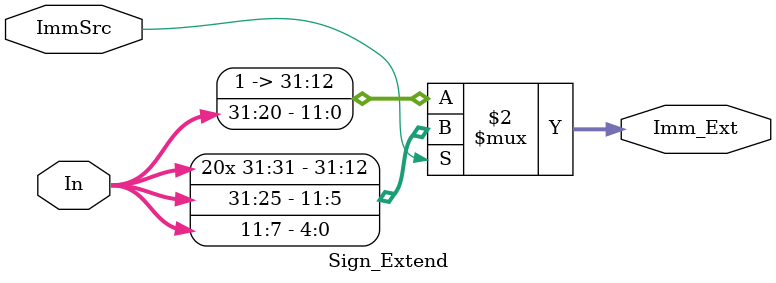
<source format=v>
module Sign_Extend (In,Imm_Ext,ImmSrc);

    input [31:0] In;
    input ImmSrc;
    output [31:0] Imm_Ext;

    assign Imm_Ext = (ImmSrc == 1'b1) ? ({{20{In[31]}},In[31:25],In[11:7]}) :
                                        {{20{1'b1}},In[31:20]};

endmodule

// for I-Type
// module Sign_Extend (In,Imm_Ext);

//     input [31:0] In;
//     output [31:0] Imm_Ext;

//     assign Imm_Ext = (In[31]) ? {{20{1'b1}},In[31:20]} :
//                                 {{20{1'b0}},In[31:20]};
    
// endmodule
</source>
